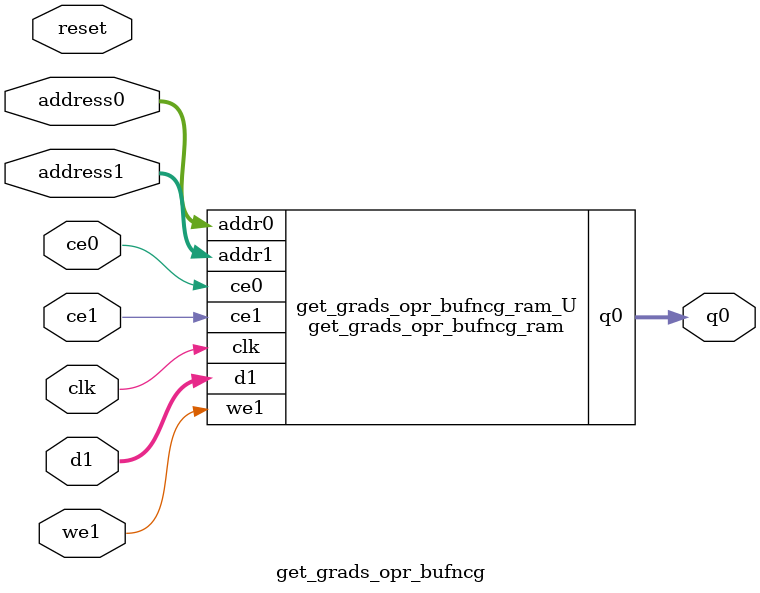
<source format=v>

`timescale 1 ns / 1 ps
module get_grads_opr_bufncg_ram (addr0, ce0, q0, addr1, ce1, d1, we1,  clk);

parameter DWIDTH = 8;
parameter AWIDTH = 10;
parameter MEM_SIZE = 640;

input[AWIDTH-1:0] addr0;
input ce0;
output reg[DWIDTH-1:0] q0;
input[AWIDTH-1:0] addr1;
input ce1;
input[DWIDTH-1:0] d1;
input we1;
input clk;

(* ram_style = "block" *)reg [DWIDTH-1:0] ram[0:MEM_SIZE-1];




always @(posedge clk)  
begin 
    if (ce0) 
    begin
            q0 <= ram[addr0];
    end
end


always @(posedge clk)  
begin 
    if (ce1) 
    begin
        if (we1) 
        begin 
            ram[addr1] <= d1; 
        end 
    end
end


endmodule


`timescale 1 ns / 1 ps
module get_grads_opr_bufncg(
    reset,
    clk,
    address0,
    ce0,
    q0,
    address1,
    ce1,
    we1,
    d1);

parameter DataWidth = 32'd8;
parameter AddressRange = 32'd640;
parameter AddressWidth = 32'd10;
input reset;
input clk;
input[AddressWidth - 1:0] address0;
input ce0;
output[DataWidth - 1:0] q0;
input[AddressWidth - 1:0] address1;
input ce1;
input we1;
input[DataWidth - 1:0] d1;



get_grads_opr_bufncg_ram get_grads_opr_bufncg_ram_U(
    .clk( clk ),
    .addr0( address0 ),
    .ce0( ce0 ),
    .q0( q0 ),
    .addr1( address1 ),
    .ce1( ce1 ),
    .d1( d1 ),
    .we1( we1 ));

endmodule


</source>
